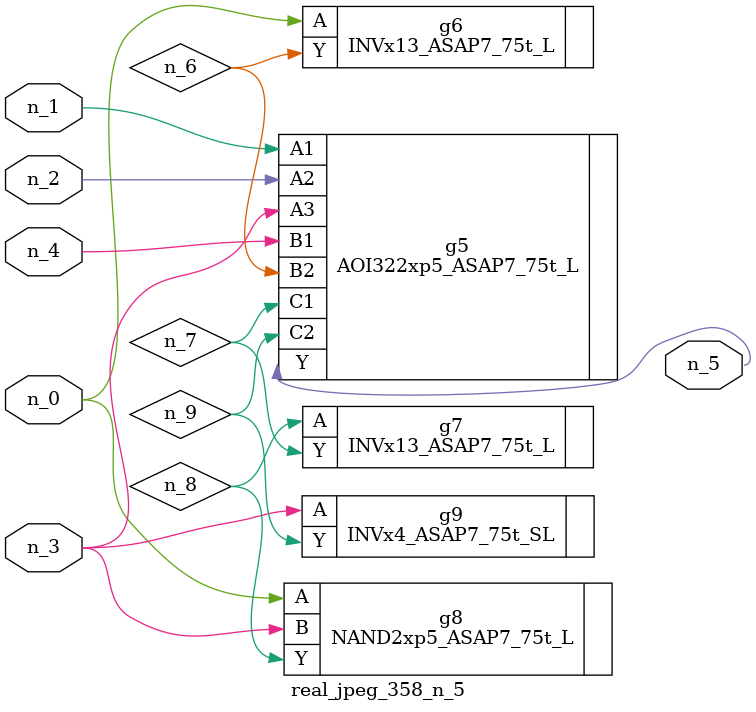
<source format=v>
module real_jpeg_358_n_5 (n_4, n_0, n_1, n_2, n_3, n_5);

input n_4;
input n_0;
input n_1;
input n_2;
input n_3;

output n_5;

wire n_8;
wire n_6;
wire n_7;
wire n_9;

INVx13_ASAP7_75t_L g6 ( 
.A(n_0),
.Y(n_6)
);

NAND2xp5_ASAP7_75t_L g8 ( 
.A(n_0),
.B(n_3),
.Y(n_8)
);

AOI322xp5_ASAP7_75t_L g5 ( 
.A1(n_1),
.A2(n_2),
.A3(n_3),
.B1(n_4),
.B2(n_6),
.C1(n_7),
.C2(n_9),
.Y(n_5)
);

INVx4_ASAP7_75t_SL g9 ( 
.A(n_3),
.Y(n_9)
);

INVx13_ASAP7_75t_L g7 ( 
.A(n_8),
.Y(n_7)
);


endmodule
</source>
